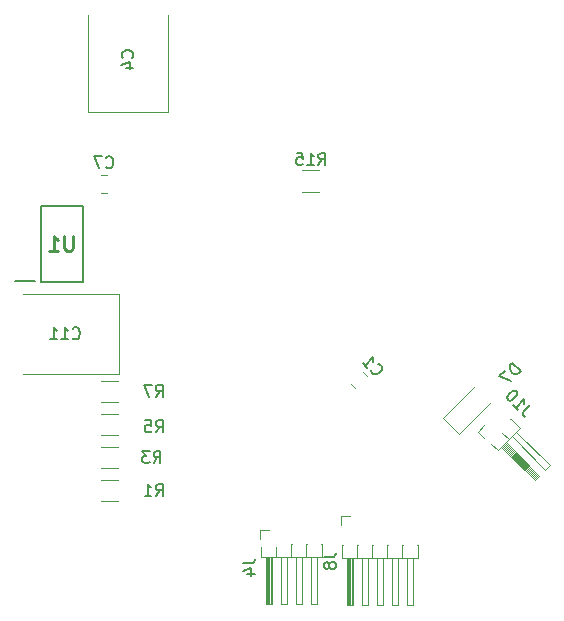
<source format=gbr>
%TF.GenerationSoftware,KiCad,Pcbnew,(5.1.9)-1*%
%TF.CreationDate,2021-03-05T00:07:22+01:00*%
%TF.ProjectId,FIGS,46494753-2e6b-4696-9361-645f70636258,1x*%
%TF.SameCoordinates,Original*%
%TF.FileFunction,Legend,Bot*%
%TF.FilePolarity,Positive*%
%FSLAX46Y46*%
G04 Gerber Fmt 4.6, Leading zero omitted, Abs format (unit mm)*
G04 Created by KiCad (PCBNEW (5.1.9)-1) date 2021-03-05 00:07:22*
%MOMM*%
%LPD*%
G01*
G04 APERTURE LIST*
%ADD10C,0.200000*%
%ADD11C,0.120000*%
%ADD12C,0.254000*%
%ADD13C,0.150000*%
G04 APERTURE END LIST*
D10*
%TO.C,U1*%
X36107000Y-48845000D02*
X37857000Y-48845000D01*
X38382000Y-42470000D02*
X38382000Y-48970000D01*
X41882000Y-42470000D02*
X38382000Y-42470000D01*
X41882000Y-48970000D02*
X41882000Y-42470000D01*
X38382000Y-48970000D02*
X41882000Y-48970000D01*
D11*
%TO.C,R15*%
X61915064Y-39476000D02*
X60460936Y-39476000D01*
X61915064Y-41296000D02*
X60460936Y-41296000D01*
%TO.C,R7*%
X43422936Y-59110000D02*
X44877064Y-59110000D01*
X43422936Y-57290000D02*
X44877064Y-57290000D01*
%TO.C,R5*%
X43422936Y-61910000D02*
X44877064Y-61910000D01*
X43422936Y-60090000D02*
X44877064Y-60090000D01*
%TO.C,R3*%
X43422936Y-64710000D02*
X44877064Y-64710000D01*
X43422936Y-62890000D02*
X44877064Y-62890000D01*
%TO.C,R1*%
X44877064Y-65690000D02*
X43422936Y-65690000D01*
X44877064Y-67510000D02*
X43422936Y-67510000D01*
%TO.C,J10*%
X76445962Y-62628840D02*
X77011647Y-63194526D01*
X77011647Y-63194526D02*
X78892551Y-61313622D01*
X78892551Y-61313622D02*
X78100592Y-60521662D01*
X78100592Y-60521662D02*
X78047330Y-60574924D01*
X77319239Y-62886934D02*
X80147666Y-65715361D01*
X80147666Y-65715361D02*
X80515361Y-65347666D01*
X80515361Y-65347666D02*
X77686934Y-62519239D01*
X77361665Y-62844508D02*
X80190092Y-65672935D01*
X77446518Y-62759655D02*
X80274945Y-65588082D01*
X77531371Y-62674802D02*
X80359798Y-65503229D01*
X77616224Y-62589949D02*
X80444651Y-65418377D01*
X77386414Y-61688388D02*
X77952099Y-62254074D01*
X78217264Y-61988909D02*
X81045692Y-64817336D01*
X81045692Y-64817336D02*
X81413387Y-64449640D01*
X81413387Y-64449640D02*
X78584960Y-61621213D01*
X75862599Y-61062599D02*
X75325198Y-61600000D01*
X75325198Y-61600000D02*
X75862599Y-62137401D01*
%TO.C,J8*%
X63880323Y-71210000D02*
X63805000Y-71210000D01*
X63805000Y-71210000D02*
X63805000Y-72330000D01*
X63805000Y-72330000D02*
X70275000Y-72330000D01*
X70275000Y-72330000D02*
X70275000Y-71210000D01*
X70275000Y-71210000D02*
X70199677Y-71210000D01*
X64240000Y-72330000D02*
X64240000Y-76330000D01*
X64240000Y-76330000D02*
X64760000Y-76330000D01*
X64760000Y-76330000D02*
X64760000Y-72330000D01*
X64300000Y-72330000D02*
X64300000Y-76330000D01*
X64420000Y-72330000D02*
X64420000Y-76330000D01*
X64540000Y-72330000D02*
X64540000Y-76330000D01*
X64660000Y-72330000D02*
X64660000Y-76330000D01*
X65135000Y-71210000D02*
X65135000Y-72330000D01*
X65119677Y-71210000D02*
X65150323Y-71210000D01*
X65510000Y-72330000D02*
X65510000Y-76330000D01*
X65510000Y-76330000D02*
X66030000Y-76330000D01*
X66030000Y-76330000D02*
X66030000Y-72330000D01*
X66405000Y-71210000D02*
X66405000Y-72330000D01*
X66389677Y-71210000D02*
X66420323Y-71210000D01*
X66780000Y-72330000D02*
X66780000Y-76330000D01*
X66780000Y-76330000D02*
X67300000Y-76330000D01*
X67300000Y-76330000D02*
X67300000Y-72330000D01*
X67675000Y-71210000D02*
X67675000Y-72330000D01*
X67659677Y-71210000D02*
X67690323Y-71210000D01*
X68050000Y-72330000D02*
X68050000Y-76330000D01*
X68050000Y-76330000D02*
X68570000Y-76330000D01*
X68570000Y-76330000D02*
X68570000Y-72330000D01*
X68945000Y-71210000D02*
X68945000Y-72330000D01*
X68929677Y-71210000D02*
X68960323Y-71210000D01*
X69320000Y-72330000D02*
X69320000Y-76330000D01*
X69320000Y-76330000D02*
X69840000Y-76330000D01*
X69840000Y-76330000D02*
X69840000Y-72330000D01*
X64500000Y-68740000D02*
X63740000Y-68740000D01*
X63740000Y-68740000D02*
X63740000Y-69500000D01*
%TO.C,J4*%
X56947760Y-71417720D02*
X56947760Y-72217720D01*
X56947760Y-72217720D02*
X62147760Y-72217720D01*
X62147760Y-72217720D02*
X62147760Y-71097720D01*
X62147760Y-71097720D02*
X62072437Y-71097720D01*
X57382760Y-72217720D02*
X57382760Y-76217720D01*
X57382760Y-76217720D02*
X57902760Y-76217720D01*
X57902760Y-76217720D02*
X57902760Y-72217720D01*
X57442760Y-72217720D02*
X57442760Y-76217720D01*
X57562760Y-72217720D02*
X57562760Y-76217720D01*
X57682760Y-72217720D02*
X57682760Y-76217720D01*
X57802760Y-72217720D02*
X57802760Y-76217720D01*
X58277760Y-71417720D02*
X58277760Y-72217720D01*
X58652760Y-72217720D02*
X58652760Y-76217720D01*
X58652760Y-76217720D02*
X59172760Y-76217720D01*
X59172760Y-76217720D02*
X59172760Y-72217720D01*
X59547760Y-71097720D02*
X59547760Y-72217720D01*
X59532437Y-71097720D02*
X59563083Y-71097720D01*
X59922760Y-72217720D02*
X59922760Y-76217720D01*
X59922760Y-76217720D02*
X60442760Y-76217720D01*
X60442760Y-76217720D02*
X60442760Y-72217720D01*
X60817760Y-71097720D02*
X60817760Y-72217720D01*
X60802437Y-71097720D02*
X60833083Y-71097720D01*
X61192760Y-72217720D02*
X61192760Y-76217720D01*
X61192760Y-76217720D02*
X61712760Y-76217720D01*
X61712760Y-76217720D02*
X61712760Y-72217720D01*
X57642760Y-69897720D02*
X56882760Y-69897720D01*
X56882760Y-69897720D02*
X56882760Y-70657720D01*
%TO.C,D7*%
X76435427Y-59079792D02*
X73727208Y-61788011D01*
X73727208Y-61788011D02*
X72411989Y-60472792D01*
X72411989Y-60472792D02*
X75120208Y-57764573D01*
%TO.C,C11*%
X36786000Y-49930000D02*
X44921000Y-49930000D01*
X44921000Y-49930000D02*
X44921000Y-56750000D01*
X44921000Y-56750000D02*
X36786000Y-56750000D01*
%TO.C,C7*%
X43426748Y-41375000D02*
X43949252Y-41375000D01*
X43426748Y-39905000D02*
X43949252Y-39905000D01*
%TO.C,C4*%
X49130000Y-26372000D02*
X49130000Y-34507000D01*
X49130000Y-34507000D02*
X42310000Y-34507000D01*
X42310000Y-34507000D02*
X42310000Y-26372000D01*
%TO.C,C1*%
X65954457Y-56915010D02*
X65584990Y-56545543D01*
X64915010Y-57954457D02*
X64545543Y-57584990D01*
%TO.C,U1*%
D12*
X41048819Y-45024523D02*
X41048819Y-46052619D01*
X40988342Y-46173571D01*
X40927866Y-46234047D01*
X40806914Y-46294523D01*
X40565009Y-46294523D01*
X40444057Y-46234047D01*
X40383580Y-46173571D01*
X40323104Y-46052619D01*
X40323104Y-45024523D01*
X39053104Y-46294523D02*
X39778819Y-46294523D01*
X39415961Y-46294523D02*
X39415961Y-45024523D01*
X39536914Y-45205952D01*
X39657866Y-45326904D01*
X39778819Y-45387380D01*
%TO.C,R15*%
D13*
X61830857Y-39018380D02*
X62164190Y-38542190D01*
X62402285Y-39018380D02*
X62402285Y-38018380D01*
X62021333Y-38018380D01*
X61926095Y-38066000D01*
X61878476Y-38113619D01*
X61830857Y-38208857D01*
X61830857Y-38351714D01*
X61878476Y-38446952D01*
X61926095Y-38494571D01*
X62021333Y-38542190D01*
X62402285Y-38542190D01*
X60878476Y-39018380D02*
X61449904Y-39018380D01*
X61164190Y-39018380D02*
X61164190Y-38018380D01*
X61259428Y-38161238D01*
X61354666Y-38256476D01*
X61449904Y-38304095D01*
X59973714Y-38018380D02*
X60449904Y-38018380D01*
X60497523Y-38494571D01*
X60449904Y-38446952D01*
X60354666Y-38399333D01*
X60116571Y-38399333D01*
X60021333Y-38446952D01*
X59973714Y-38494571D01*
X59926095Y-38589809D01*
X59926095Y-38827904D01*
X59973714Y-38923142D01*
X60021333Y-38970761D01*
X60116571Y-39018380D01*
X60354666Y-39018380D01*
X60449904Y-38970761D01*
X60497523Y-38923142D01*
%TO.C,R7*%
X48066666Y-58652380D02*
X48400000Y-58176190D01*
X48638095Y-58652380D02*
X48638095Y-57652380D01*
X48257142Y-57652380D01*
X48161904Y-57700000D01*
X48114285Y-57747619D01*
X48066666Y-57842857D01*
X48066666Y-57985714D01*
X48114285Y-58080952D01*
X48161904Y-58128571D01*
X48257142Y-58176190D01*
X48638095Y-58176190D01*
X47733333Y-57652380D02*
X47066666Y-57652380D01*
X47495238Y-58652380D01*
%TO.C,R5*%
X48066666Y-61652380D02*
X48400000Y-61176190D01*
X48638095Y-61652380D02*
X48638095Y-60652380D01*
X48257142Y-60652380D01*
X48161904Y-60700000D01*
X48114285Y-60747619D01*
X48066666Y-60842857D01*
X48066666Y-60985714D01*
X48114285Y-61080952D01*
X48161904Y-61128571D01*
X48257142Y-61176190D01*
X48638095Y-61176190D01*
X47161904Y-60652380D02*
X47638095Y-60652380D01*
X47685714Y-61128571D01*
X47638095Y-61080952D01*
X47542857Y-61033333D01*
X47304761Y-61033333D01*
X47209523Y-61080952D01*
X47161904Y-61128571D01*
X47114285Y-61223809D01*
X47114285Y-61461904D01*
X47161904Y-61557142D01*
X47209523Y-61604761D01*
X47304761Y-61652380D01*
X47542857Y-61652380D01*
X47638095Y-61604761D01*
X47685714Y-61557142D01*
%TO.C,R3*%
X47866666Y-64252380D02*
X48200000Y-63776190D01*
X48438095Y-64252380D02*
X48438095Y-63252380D01*
X48057142Y-63252380D01*
X47961904Y-63300000D01*
X47914285Y-63347619D01*
X47866666Y-63442857D01*
X47866666Y-63585714D01*
X47914285Y-63680952D01*
X47961904Y-63728571D01*
X48057142Y-63776190D01*
X48438095Y-63776190D01*
X47533333Y-63252380D02*
X46914285Y-63252380D01*
X47247619Y-63633333D01*
X47104761Y-63633333D01*
X47009523Y-63680952D01*
X46961904Y-63728571D01*
X46914285Y-63823809D01*
X46914285Y-64061904D01*
X46961904Y-64157142D01*
X47009523Y-64204761D01*
X47104761Y-64252380D01*
X47390476Y-64252380D01*
X47485714Y-64204761D01*
X47533333Y-64157142D01*
%TO.C,R1*%
X48066666Y-67052380D02*
X48400000Y-66576190D01*
X48638095Y-67052380D02*
X48638095Y-66052380D01*
X48257142Y-66052380D01*
X48161904Y-66100000D01*
X48114285Y-66147619D01*
X48066666Y-66242857D01*
X48066666Y-66385714D01*
X48114285Y-66480952D01*
X48161904Y-66528571D01*
X48257142Y-66576190D01*
X48638095Y-66576190D01*
X47114285Y-67052380D02*
X47685714Y-67052380D01*
X47400000Y-67052380D02*
X47400000Y-66052380D01*
X47495238Y-66195238D01*
X47590476Y-66290476D01*
X47685714Y-66338095D01*
%TO.C,J10*%
X79759644Y-59385194D02*
X79254568Y-59890270D01*
X79187225Y-60024957D01*
X79187225Y-60159644D01*
X79254568Y-60294331D01*
X79321912Y-60361675D01*
X78345431Y-59385194D02*
X78749492Y-59789255D01*
X78547461Y-59587225D02*
X79254568Y-58880118D01*
X79220896Y-59048477D01*
X79220896Y-59183164D01*
X79254568Y-59284179D01*
X78614805Y-58240355D02*
X78547461Y-58173011D01*
X78446446Y-58139339D01*
X78379103Y-58139339D01*
X78278087Y-58173011D01*
X78109729Y-58274026D01*
X77941370Y-58442385D01*
X77840355Y-58610744D01*
X77806683Y-58711759D01*
X77806683Y-58779103D01*
X77840355Y-58880118D01*
X77907698Y-58947461D01*
X78008713Y-58981133D01*
X78076057Y-58981133D01*
X78177072Y-58947461D01*
X78345431Y-58846446D01*
X78513790Y-58678087D01*
X78614805Y-58509729D01*
X78648477Y-58408713D01*
X78648477Y-58341370D01*
X78614805Y-58240355D01*
%TO.C,J8*%
X62317380Y-72234166D02*
X63031666Y-72234166D01*
X63174523Y-72186547D01*
X63269761Y-72091309D01*
X63317380Y-71948452D01*
X63317380Y-71853214D01*
X62745952Y-72853214D02*
X62698333Y-72757976D01*
X62650714Y-72710357D01*
X62555476Y-72662738D01*
X62507857Y-72662738D01*
X62412619Y-72710357D01*
X62365000Y-72757976D01*
X62317380Y-72853214D01*
X62317380Y-73043690D01*
X62365000Y-73138928D01*
X62412619Y-73186547D01*
X62507857Y-73234166D01*
X62555476Y-73234166D01*
X62650714Y-73186547D01*
X62698333Y-73138928D01*
X62745952Y-73043690D01*
X62745952Y-72853214D01*
X62793571Y-72757976D01*
X62841190Y-72710357D01*
X62936428Y-72662738D01*
X63126904Y-72662738D01*
X63222142Y-72710357D01*
X63269761Y-72757976D01*
X63317380Y-72853214D01*
X63317380Y-73043690D01*
X63269761Y-73138928D01*
X63222142Y-73186547D01*
X63126904Y-73234166D01*
X62936428Y-73234166D01*
X62841190Y-73186547D01*
X62793571Y-73138928D01*
X62745952Y-73043690D01*
%TO.C,J4*%
X55460140Y-72756886D02*
X56174426Y-72756886D01*
X56317283Y-72709267D01*
X56412521Y-72614029D01*
X56460140Y-72471172D01*
X56460140Y-72375934D01*
X55793474Y-73661648D02*
X56460140Y-73661648D01*
X55412521Y-73423553D02*
X56126807Y-73185458D01*
X56126807Y-73804505D01*
%TO.C,D7*%
X78950753Y-56508769D02*
X78243647Y-55801662D01*
X78075288Y-55970021D01*
X78007944Y-56104708D01*
X78007944Y-56239395D01*
X78041616Y-56340410D01*
X78142631Y-56508769D01*
X78243647Y-56609784D01*
X78412005Y-56710800D01*
X78513021Y-56744471D01*
X78647708Y-56744471D01*
X78782395Y-56677128D01*
X78950753Y-56508769D01*
X77603883Y-56441425D02*
X77132479Y-56912830D01*
X78142631Y-57316891D01*
%TO.C,C11*%
X41028857Y-53697142D02*
X41076476Y-53744761D01*
X41219333Y-53792380D01*
X41314571Y-53792380D01*
X41457428Y-53744761D01*
X41552666Y-53649523D01*
X41600285Y-53554285D01*
X41647904Y-53363809D01*
X41647904Y-53220952D01*
X41600285Y-53030476D01*
X41552666Y-52935238D01*
X41457428Y-52840000D01*
X41314571Y-52792380D01*
X41219333Y-52792380D01*
X41076476Y-52840000D01*
X41028857Y-52887619D01*
X40076476Y-53792380D02*
X40647904Y-53792380D01*
X40362190Y-53792380D02*
X40362190Y-52792380D01*
X40457428Y-52935238D01*
X40552666Y-53030476D01*
X40647904Y-53078095D01*
X39124095Y-53792380D02*
X39695523Y-53792380D01*
X39409809Y-53792380D02*
X39409809Y-52792380D01*
X39505047Y-52935238D01*
X39600285Y-53030476D01*
X39695523Y-53078095D01*
%TO.C,C7*%
X43854666Y-39219142D02*
X43902285Y-39266761D01*
X44045142Y-39314380D01*
X44140380Y-39314380D01*
X44283238Y-39266761D01*
X44378476Y-39171523D01*
X44426095Y-39076285D01*
X44473714Y-38885809D01*
X44473714Y-38742952D01*
X44426095Y-38552476D01*
X44378476Y-38457238D01*
X44283238Y-38362000D01*
X44140380Y-38314380D01*
X44045142Y-38314380D01*
X43902285Y-38362000D01*
X43854666Y-38409619D01*
X43521333Y-38314380D02*
X42854666Y-38314380D01*
X43283238Y-39314380D01*
%TO.C,C4*%
X46077142Y-29948833D02*
X46124761Y-29901214D01*
X46172380Y-29758357D01*
X46172380Y-29663119D01*
X46124761Y-29520261D01*
X46029523Y-29425023D01*
X45934285Y-29377404D01*
X45743809Y-29329785D01*
X45600952Y-29329785D01*
X45410476Y-29377404D01*
X45315238Y-29425023D01*
X45220000Y-29520261D01*
X45172380Y-29663119D01*
X45172380Y-29758357D01*
X45220000Y-29901214D01*
X45267619Y-29948833D01*
X45505714Y-30805976D02*
X46172380Y-30805976D01*
X45124761Y-30567880D02*
X45839047Y-30329785D01*
X45839047Y-30948833D01*
%TO.C,C1*%
X66303251Y-56432450D02*
X66303251Y-56499793D01*
X66370595Y-56634480D01*
X66437938Y-56701824D01*
X66572626Y-56769167D01*
X66707313Y-56769167D01*
X66808328Y-56735496D01*
X66976687Y-56634480D01*
X67077702Y-56533465D01*
X67178717Y-56365106D01*
X67212389Y-56264091D01*
X67212389Y-56129404D01*
X67145045Y-55994717D01*
X67077702Y-55927373D01*
X66943015Y-55860030D01*
X66875671Y-55860030D01*
X65562473Y-55826358D02*
X65966534Y-56230419D01*
X65764503Y-56028389D02*
X66471610Y-55321282D01*
X66437939Y-55489641D01*
X66437938Y-55624328D01*
X66471610Y-55725343D01*
%TD*%
M02*

</source>
